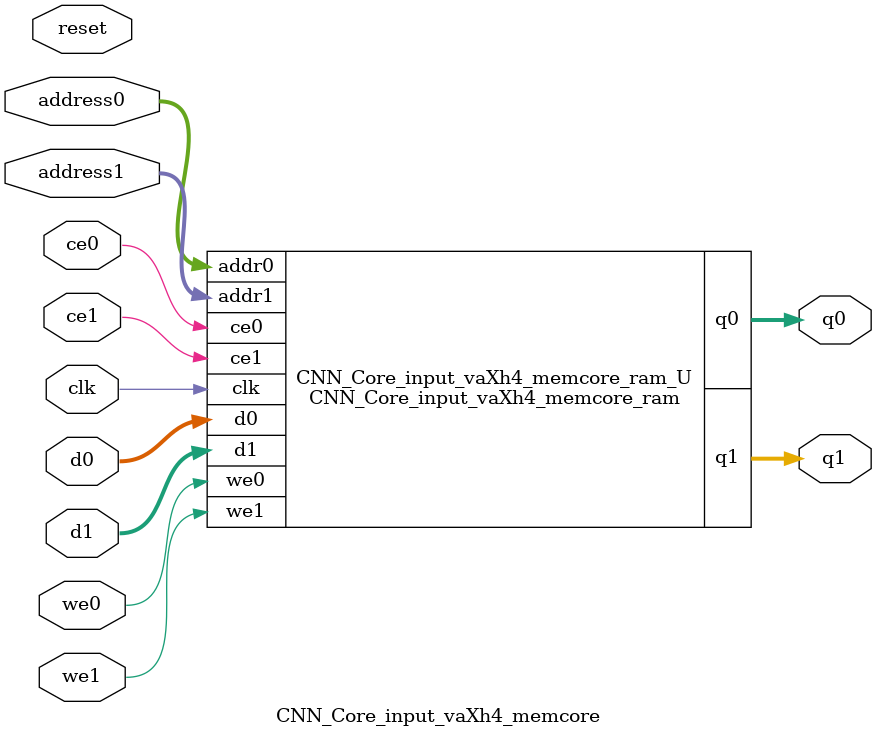
<source format=v>

`timescale 1 ns / 1 ps
module CNN_Core_input_vaXh4_memcore_ram (addr0, ce0, d0, we0, q0, addr1, ce1, d1, we1, q1,  clk);

parameter DWIDTH = 24;
parameter AWIDTH = 11;
parameter MEM_SIZE = 1568;

input[AWIDTH-1:0] addr0;
input ce0;
input[DWIDTH-1:0] d0;
input we0;
output reg[DWIDTH-1:0] q0;
input[AWIDTH-1:0] addr1;
input ce1;
input[DWIDTH-1:0] d1;
input we1;
output reg[DWIDTH-1:0] q1;
input clk;

(* ram_style = "block" *)reg [DWIDTH-1:0] ram[0:MEM_SIZE-1];




always @(posedge clk)  
begin 
    if (ce0) 
    begin
        if (we0) 
        begin 
            ram[addr0] <= d0; 
            q0 <= d0;
        end 
        else 
            q0 <= ram[addr0];
    end
end


always @(posedge clk)  
begin 
    if (ce1) 
    begin
        if (we1) 
        begin 
            ram[addr1] <= d1; 
            q1 <= d1;
        end 
        else 
            q1 <= ram[addr1];
    end
end


endmodule


`timescale 1 ns / 1 ps
module CNN_Core_input_vaXh4_memcore(
    reset,
    clk,
    address0,
    ce0,
    we0,
    d0,
    q0,
    address1,
    ce1,
    we1,
    d1,
    q1);

parameter DataWidth = 32'd24;
parameter AddressRange = 32'd1568;
parameter AddressWidth = 32'd11;
input reset;
input clk;
input[AddressWidth - 1:0] address0;
input ce0;
input we0;
input[DataWidth - 1:0] d0;
output[DataWidth - 1:0] q0;
input[AddressWidth - 1:0] address1;
input ce1;
input we1;
input[DataWidth - 1:0] d1;
output[DataWidth - 1:0] q1;



CNN_Core_input_vaXh4_memcore_ram CNN_Core_input_vaXh4_memcore_ram_U(
    .clk( clk ),
    .addr0( address0 ),
    .ce0( ce0 ),
    .we0( we0 ),
    .d0( d0 ),
    .q0( q0 ),
    .addr1( address1 ),
    .ce1( ce1 ),
    .we1( we1 ),
    .d1( d1 ),
    .q1( q1 ));

endmodule


</source>
